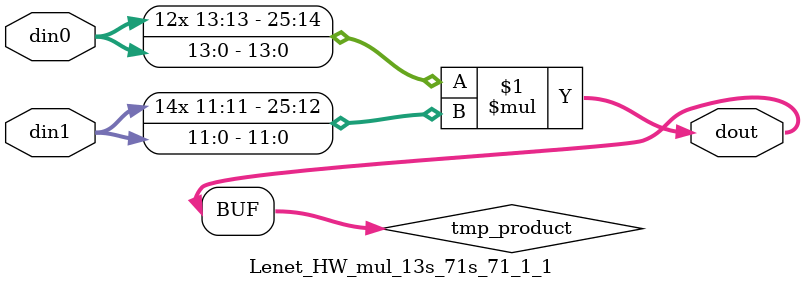
<source format=v>

`timescale 1 ns / 1 ps

  module Lenet_HW_mul_13s_71s_71_1_1(din0, din1, dout);
parameter ID = 1;
parameter NUM_STAGE = 0;
parameter din0_WIDTH = 14;
parameter din1_WIDTH = 12;
parameter dout_WIDTH = 26;

input [din0_WIDTH - 1 : 0] din0; 
input [din1_WIDTH - 1 : 0] din1; 
output [dout_WIDTH - 1 : 0] dout;

wire signed [dout_WIDTH - 1 : 0] tmp_product;













assign tmp_product = $signed(din0) * $signed(din1);








assign dout = tmp_product;







endmodule

</source>
